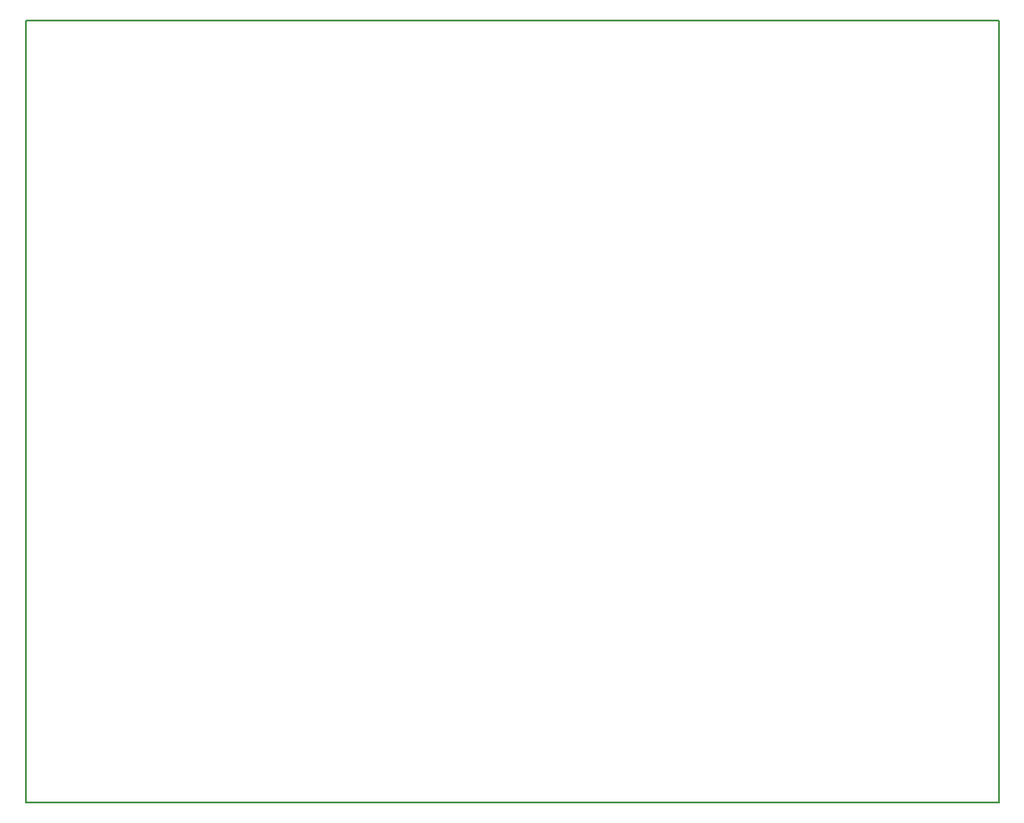
<source format=gm1>
G04 MADE WITH FRITZING*
G04 WWW.FRITZING.ORG*
G04 DOUBLE SIDED*
G04 HOLES PLATED*
G04 CONTOUR ON CENTER OF CONTOUR VECTOR*
%ASAXBY*%
%FSLAX23Y23*%
%MOIN*%
%OFA0B0*%
%SFA1.0B1.0*%
%ADD10R,3.639540X2.928050*%
%ADD11C,0.008000*%
%ADD10C,0.008*%
%LNCONTOUR*%
G90*
G70*
G54D10*
G54D11*
X4Y2924D02*
X3636Y2924D01*
X3636Y4D01*
X4Y4D01*
X4Y2924D01*
D02*
G04 End of contour*
M02*
</source>
